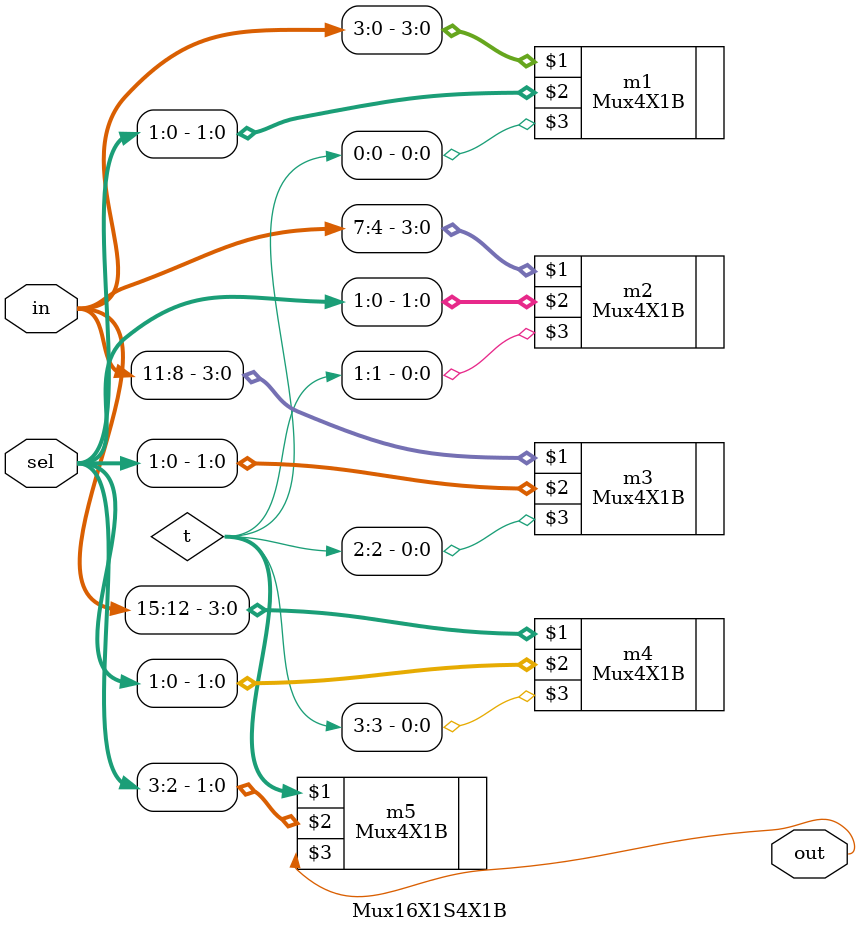
<source format=v>
`timescale 1ns / 1ps


module Mux16X1S4X1B(in,sel,out);
input [15:0] in;
input [3:0] sel;
output out;
wire [3:0] t;
Mux4X1B m1(in[3:0],sel[1:0],t[0]);
Mux4X1B m2(in[7:4],sel[1:0],t[1]);
Mux4X1B m3(in[11:8],sel[1:0],t[2]);
Mux4X1B m4(in[15:12],sel[1:0],t[3]);
Mux4X1B m5(t,sel[3:2],out);
endmodule


</source>
